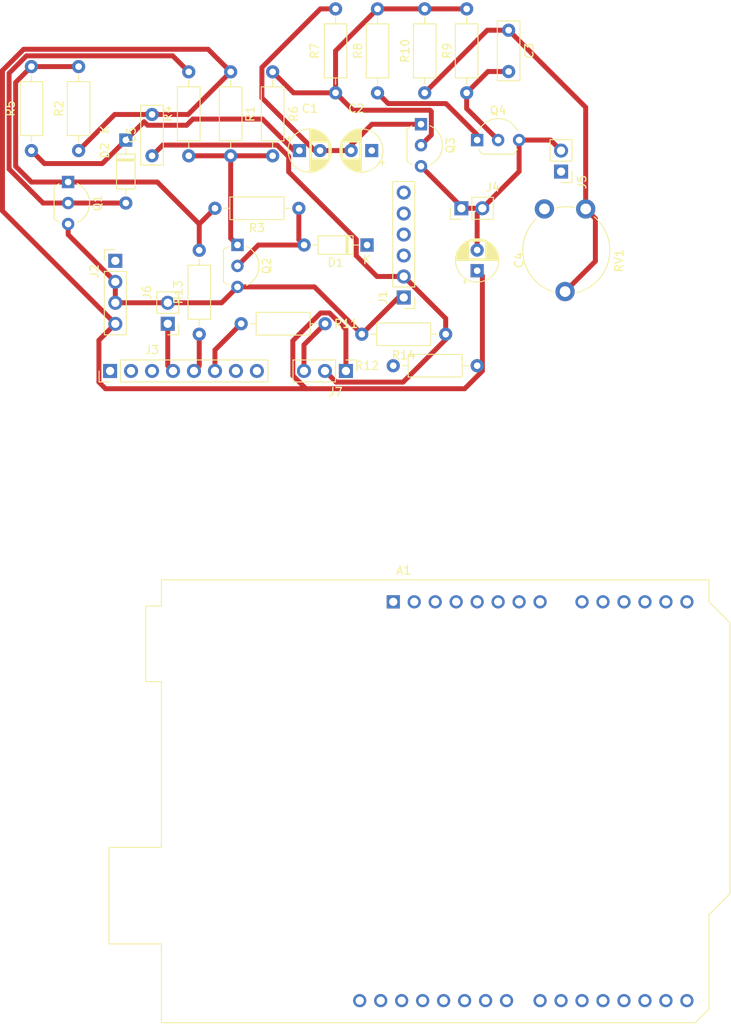
<source format=kicad_pcb>
(kicad_pcb (version 20221018) (generator pcbnew)
  (layers (0 "F.Cu" signal) (31 "B.Cu" signal) (34 "B.Paste" user) (35 "F.Paste" user) (36 "B.SilkS" user "B.Silkscreen") (37 "F.SilkS" user "F.Silkscreen") (38 "B.Mask" user) (39 "F.Mask" user) (44 "Edge.Cuts" user))
  (net 0 "")
  (net 1 "Net-(D2-K)")
  (net 2 "Net-(Q3-C)")
  (net 3 "Net-(D1-K)")
  (net 4 "Net-(C3-Pad1)")
  (net 5 "Net-(Q4-B)")
  (net 6 "VCC")
  (net 7 "GND")
  (net 8 "Net-(J1-Pin_2)")
  (net 9 "Net-(D1-A)")
  (net 10 "Net-(D2-A)")
  (net 11 "Micro")
  (net 12 "Taste")
  (net 13 "Net-(Q2-C)")
  (net 14 "Net-(Q1-C)")
  (net 15 "Net-(Q3-B)")
  (net 16 "Net-(Q4-C)")
  (net 17 "Net-(J7-Pin_3)")
  (net 18 "Net-(J3-Pin_6)")
  (net 19 "DI6")
  (footprint "Potentiometer_THT:Potentiometer_Piher_PT-10-V10_Vertical_Hole" (layer "F.Cu") (at 136.415 89.615 -90)
    (fp_text reference "RV1" (at 6.27 -9.05 90) (layer "F.SilkS"))
    (fp_text value "10k")
    (pad "" np_thru_hole circle (at 5 -2.65 270) (size 4 4) (drill 4) (layers "*.Cu" "*.Mask"))
    (pad "1" thru_hole circle (at 0 0 270) (size 2.34 2.34) (drill 1.3) (layers "*.Cu" "*.Mask") (net 11 "Micro"))
    (pad "2" thru_hole circle (at 10 -2.5 270) (size 2.34 2.34) (drill 1.3) (layers "*.Cu" "*.Mask") (net 4 "Net-(C3-Pad1)"))
    (pad "3" thru_hole circle (at 0 -5 270) (size 2.34 2.34) (drill 1.3) (layers "*.Cu" "*.Mask") (net 4 "Net-(C3-Pad1)"))
  )
  (footprint "Resistor_THT:R_Axial_DIN0207_L6.3mm_D2.5mm_P10.16mm_Horizontal" (layer "F.Cu") (at 98.425 73.025 -90)
    (fp_text reference "R1" (at 5.08 -2.37 90) (layer "F.SilkS"))
    (fp_text value "1k")
    (pad "1" thru_hole circle (at 0 0 270) (size 1.6 1.6) (drill 0.8) (layers "*.Cu" "*.Mask") (net 6 "VCC"))
    (pad "2" thru_hole oval (at 10.16 0 270) (size 1.6 1.6) (drill 0.8) (layers "*.Cu" "*.Mask") (net 13 "Net-(Q2-C)"))
  )
  (footprint "Resistor_THT:R_Axial_DIN0207_L6.3mm_D2.5mm_P10.16mm_Horizontal" (layer "F.Cu") (at 109.855 103.505 180)
    (fp_text reference "R11" (at -2.54 0) (layer "F.SilkS"))
    (fp_text value "470")
    (pad "1" thru_hole circle (at 0 0 180) (size 1.6 1.6) (drill 0.8) (layers "*.Cu" "*.Mask") (net 17 "Net-(J7-Pin_3)"))
    (pad "2" thru_hole oval (at 10.16 0 180) (size 1.6 1.6) (drill 0.8) (layers "*.Cu" "*.Mask") (net 18 "Net-(J3-Pin_6)"))
  )
  (footprint "Resistor_THT:R_Axial_DIN0207_L6.3mm_D2.5mm_P10.16mm_Horizontal" (layer "F.Cu") (at 94.615 94.615 -90)
    (fp_text reference "R13" (at 5.08 2.54 90) (layer "F.SilkS"))
    (fp_text value "470")
    (pad "1" thru_hole circle (at 0 0 270) (size 1.6 1.6) (drill 0.8) (layers "*.Cu" "*.Mask") (net 14 "Net-(Q1-C)"))
    (pad "2" thru_hole oval (at 10.16 0 270) (size 1.6 1.6) (drill 0.8) (layers "*.Cu" "*.Mask") (net 19 "DI6"))
  )
  (footprint "Resistor_THT:R_Axial_DIN0207_L6.3mm_D2.5mm_P10.16mm_Horizontal" (layer "F.Cu") (at 74.295 72.39 -90)
    (fp_text reference "R5" (at 5.08 2.54 90) (layer "F.SilkS"))
    (fp_text value "1k")
    (pad "1" thru_hole circle (at 0 0 270) (size 1.6 1.6) (drill 0.8) (layers "*.Cu" "*.Mask") (net 14 "Net-(Q1-C)"))
    (pad "2" thru_hole oval (at 10.16 0 270) (size 1.6 1.6) (drill 0.8) (layers "*.Cu" "*.Mask") (net 1 "Net-(D2-K)"))
  )
  (footprint "Connector_PinHeader_2.54mm:PinHeader_1x03_P2.54mm_Vertical" (layer "F.Cu") (at 112.38 109.22 -90)
    (fp_text reference "J7" (at 2.54 1.255) (layer "F.SilkS"))
    (fp_text value "03")
    (pad "1" thru_hole rect (at 0 0 270) (size 1.7 1.7) (drill 1) (layers "*.Cu" "*.Mask") (net 6 "VCC"))
    (pad "2" thru_hole oval (at 0 2.54 270) (size 1.7 1.7) (drill 1) (layers "*.Cu" "*.Mask") (net 8 "Net-(J1-Pin_2)"))
    (pad "3" thru_hole oval (at 0 5.08 270) (size 1.7 1.7) (drill 1) (layers "*.Cu" "*.Mask") (net 17 "Net-(J7-Pin_3)"))
  )
  (footprint "Diode_THT:D_DO-35_SOD27_P7.62mm_Horizontal" (layer "F.Cu") (at 114.935 93.98 180)
    (fp_text reference "D1" (at 3.81 -2.12) (layer "F.SilkS"))
    (fp_text value "1N4148")
    (fp_text user "K" (at 0 -1.8) (layer "F.SilkS"))
    (pad "1" thru_hole rect (at 0 0 180) (size 1.6 1.6) (drill 0.8) (layers "*.Cu" "*.Mask") (net 3 "Net-(D1-K)"))
    (pad "2" thru_hole oval (at 7.62 0 180) (size 1.6 1.6) (drill 0.8) (layers "*.Cu" "*.Mask") (net 9 "Net-(D1-A)"))
  )
  (footprint "Resistor_THT:R_Axial_DIN0207_L6.3mm_D2.5mm_P10.16mm_Horizontal" (layer "F.Cu") (at 80.01 82.55 90)
    (fp_text reference "R2" (at 5.08 -2.37 90) (layer "F.SilkS"))
    (fp_text value "1k")
    (pad "1" thru_hole circle (at 0 0 90) (size 1.6 1.6) (drill 0.8) (layers "*.Cu" "*.Mask") (net 6 "VCC"))
    (pad "2" thru_hole oval (at 10.16 0 90) (size 1.6 1.6) (drill 0.8) (layers "*.Cu" "*.Mask") (net 14 "Net-(Q1-C)"))
  )
  (footprint "Package_TO_SOT_THT:TO-92L_Inline_Wide" (layer "F.Cu") (at 78.74 86.36 -90)
    (fp_text reference "Q1" (at 2.54 -3.56 90) (layer "F.SilkS"))
    (fp_text value "BC547")
    (pad "1" thru_hole rect (at 0 0 270) (size 1.5 1.5) (drill 0.8) (layers "*.Cu" "*.Mask") (net 14 "Net-(Q1-C)"))
    (pad "2" thru_hole circle (at 2.54 0 270) (size 1.5 1.5) (drill 0.8) (layers "*.Cu" "*.Mask") (net 10 "Net-(D2-A)"))
    (pad "3" thru_hole circle (at 5.08 0 270) (size 1.5 1.5) (drill 0.8) (layers "*.Cu" "*.Mask") (net 7 "GND"))
  )
  (footprint "Capacitor_THT:CP_Radial_D5.0mm_P2.50mm" (layer "F.Cu") (at 106.744888 82.55)
    (fp_text reference "C1" (at 1.27 -5.08) (layer "F.SilkS"))
    (fp_text value "47μF")
    (pad "1" thru_hole rect (at 0 0) (size 1.6 1.6) (drill 0.8) (layers "*.Cu" "*.Mask") (net 1 "Net-(D2-K)"))
    (pad "2" thru_hole circle (at 2.5 0) (size 1.6 1.6) (drill 0.8) (layers "*.Cu" "*.Mask") (net 2 "Net-(Q3-C)"))
  )
  (footprint "Package_TO_SOT_THT:TO-92L_Inline_Wide" (layer "F.Cu") (at 121.47 79.365 -90)
    (fp_text reference "Q3" (at 2.54 -3.56 90) (layer "F.SilkS"))
    (fp_text value "BC547")
    (pad "1" thru_hole rect (at 0 0 270) (size 1.5 1.5) (drill 0.8) (layers "*.Cu" "*.Mask") (net 2 "Net-(Q3-C)"))
    (pad "2" thru_hole circle (at 2.54 0 270) (size 1.5 1.5) (drill 0.8) (layers "*.Cu" "*.Mask") (net 15 "Net-(Q3-B)"))
    (pad "3" thru_hole circle (at 5.08 0 270) (size 1.5 1.5) (drill 0.8) (layers "*.Cu" "*.Mask") (net 7 "GND"))
  )
  (footprint "Connector_PinHeader_2.54mm:PinHeader_1x02_P2.54mm_Vertical" (layer "F.Cu") (at 138.43 85.095 180)
    (fp_text reference "J5" (at -2.54 -1.27 90) (layer "F.SilkS"))
    (fp_text value "Micro")
    (pad "1" thru_hole rect (at 0 0 180) (size 1.7 1.7) (drill 1) (layers "*.Cu" "*.Mask") (net 11 "Micro"))
    (pad "2" thru_hole oval (at 0 2.54 180) (size 1.7 1.7) (drill 1) (layers "*.Cu" "*.Mask") (net 7 "GND"))
  )
  (footprint "Resistor_THT:R_Axial_DIN0207_L6.3mm_D2.5mm_P10.16mm_Horizontal" (layer "F.Cu") (at 114.3 104.775)
    (fp_text reference "R14" (at 5.08 2.54) (layer "F.SilkS"))
    (fp_text value "0,22")
    (pad "1" thru_hole circle (at 0 0) (size 1.6 1.6) (drill 0.8) (layers "*.Cu" "*.Mask") (net 7 "GND"))
    (pad "2" thru_hole oval (at 10.16 0) (size 1.6 1.6) (drill 0.8) (layers "*.Cu" "*.Mask") (net 8 "Net-(J1-Pin_2)"))
  )
  (footprint "Diode_THT:D_DO-35_SOD27_P7.62mm_Horizontal" (layer "F.Cu") (at 85.725 81.28 -90)
    (fp_text reference "D2" (at 1.27 2.54 90) (layer "F.SilkS"))
    (fp_text value "1N4148")
    (fp_text user "K" (at -1.27 2.54 90) (layer "F.SilkS"))
    (pad "1" thru_hole rect (at 0 0 270) (size 1.6 1.6) (drill 0.8) (layers "*.Cu" "*.Mask") (net 1 "Net-(D2-K)"))
    (pad "2" thru_hole oval (at 7.62 0 270) (size 1.6 1.6) (drill 0.8) (layers "*.Cu" "*.Mask") (net 10 "Net-(D2-A)"))
  )
  (footprint "Connector_PinHeader_2.54mm:PinHeader_1x08_P2.54mm_Vertical" (layer "F.Cu") (at 83.82 109.22 90)
    (fp_text reference "J3" (at 2.54 5.08) (layer "F.SilkS"))
    (fp_text value "DIGITAL")
    (pad "1" thru_hole rect (at 0 0 90) (size 1.7 1.7) (drill 1) (layers "*.Cu" "*.Mask"))
    (pad "2" thru_hole oval (at 0 2.54 90) (size 1.7 1.7) (drill 1) (layers "*.Cu" "*.Mask"))
    (pad "3" thru_hole oval (at 0 5.08 90) (size 1.7 1.7) (drill 1) (layers "*.Cu" "*.Mask"))
    (pad "4" thru_hole oval (at 0 7.62 90) (size 1.7 1.7) (drill 1) (layers "*.Cu" "*.Mask") (net 12 "Taste"))
    (pad "5" thru_hole oval (at 0 10.16 90) (size 1.7 1.7) (drill 1) (layers "*.Cu" "*.Mask") (net 19 "DI6"))
    (pad "6" thru_hole oval (at 0 12.7 90) (size 1.7 1.7) (drill 1) (layers "*.Cu" "*.Mask") (net 18 "Net-(J3-Pin_6)"))
    (pad "7" thru_hole oval (at 0 15.24 90) (size 1.7 1.7) (drill 1) (layers "*.Cu" "*.Mask"))
    (pad "8" thru_hole oval (at 0 17.78 90) (size 1.7 1.7) (drill 1) (layers "*.Cu" "*.Mask"))
  )
  (footprint "Connector_PinHeader_2.54mm:PinHeader_1x02_P2.54mm_Vertical" (layer "F.Cu") (at 126.36 89.535 90)
    (fp_text reference "J4" (at 2.54 3.81) (layer "F.SilkS"))
    (fp_text value "LDR")
    (pad "1" thru_hole rect (at 0 0 90) (size 1.7 1.7) (drill 1) (layers "*.Cu" "*.Mask") (net 7 "GND"))
    (pad "2" thru_hole oval (at 0 2.54 90) (size 1.7 1.7) (drill 1) (layers "*.Cu" "*.Mask") (net 7 "GND"))
  )
  (footprint "Package_TO_SOT_THT:TO-92L_Inline_Wide" (layer "F.Cu") (at 128.27 81.28)
    (fp_text reference "Q4" (at 2.54 -3.56) (layer "F.SilkS"))
    (fp_text value "BC547")
    (pad "1" thru_hole rect (at 0 0) (size 1.5 1.5) (drill 0.8) (layers "*.Cu" "*.Mask") (net 16 "Net-(Q4-C)"))
    (pad "2" thru_hole circle (at 2.54 0) (size 1.5 1.5) (drill 0.8) (layers "*.Cu" "*.Mask") (net 5 "Net-(Q4-B)"))
    (pad "3" thru_hole circle (at 5.08 0) (size 1.5 1.5) (drill 0.8) (layers "*.Cu" "*.Mask") (net 7 "GND"))
  )
  (footprint "Connector_PinHeader_2.54mm:PinHeader_1x04_P2.54mm_Vertical" (layer "F.Cu") (at 84.455 95.895)
    (fp_text reference "J2" (at -2.54 1.27 90) (layer "F.SilkS"))
    (fp_text value "Power")
    (pad "1" thru_hole rect (at 0 0) (size 1.7 1.7) (drill 1) (layers "*.Cu" "*.Mask"))
    (pad "2" thru_hole oval (at 0 2.54) (size 1.7 1.7) (drill 1) (layers "*.Cu" "*.Mask") (net 7 "GND"))
    (pad "3" thru_hole oval (at 0 5.08) (size 1.7 1.7) (drill 1) (layers "*.Cu" "*.Mask") (net 7 "GND"))
    (pad "4" thru_hole oval (at 0 7.62) (size 1.7 1.7) (drill 1) (layers "*.Cu" "*.Mask") (net 6 "VCC"))
  )
  (footprint "Connector_PinHeader_2.54mm:PinHeader_1x06_P2.54mm_Vertical" (layer "F.Cu") (at 119.38 100.33 180)
    (fp_text reference "J1" (at 2.54 0 90) (layer "F.SilkS"))
    (fp_text value "Analog IN")
    (pad "1" thru_hole rect (at 0 0 180) (size 1.7 1.7) (drill 1) (layers "*.Cu" "*.Mask") (net 7 "GND"))
    (pad "2" thru_hole oval (at 0 2.54 180) (size 1.7 1.7) (drill 1) (layers "*.Cu" "*.Mask") (net 8 "Net-(J1-Pin_2)"))
    (pad "3" thru_hole oval (at 0 5.08 180) (size 1.7 1.7) (drill 1) (layers "*.Cu" "*.Mask"))
    (pad "4" thru_hole oval (at 0 7.62 180) (size 1.7 1.7) (drill 1) (layers "*.Cu" "*.Mask"))
    (pad "5" thru_hole oval (at 0 10.16 180) (size 1.7 1.7) (drill 1) (layers "*.Cu" "*.Mask"))
    (pad "6" thru_hole oval (at 0 12.7 180) (size 1.7 1.7) (drill 1) (layers "*.Cu" "*.Mask"))
  )
  (footprint "Resistor_THT:R_Axial_DIN0207_L6.3mm_D2.5mm_P10.16mm_Horizontal" (layer "F.Cu") (at 116.205 75.565 90)
    (fp_text reference "R8" (at 5.08 -2.37 90) (layer "F.SilkS"))
    (fp_text value "4k7")
    (pad "1" thru_hole circle (at 0 0 90) (size 1.6 1.6) (drill 0.8) (layers "*.Cu" "*.Mask") (net 16 "Net-(Q4-C)"))
    (pad "2" thru_hole oval (at 10.16 0 90) (size 1.6 1.6) (drill 0.8) (layers "*.Cu" "*.Mask") (net 15 "Net-(Q3-B)"))
  )
  (footprint "Capacitor_THT:C_Disc_D7.0mm_W2.5mm_P5.00mm" (layer "F.Cu") (at 132.08 67.985 -90)
    (fp_text reference "C3" (at 2.5 -2.5 90) (layer "F.SilkS"))
    (fp_text value "100NF")
    (pad "1" thru_hole circle (at 0 0 270) (size 1.6 1.6) (drill 0.8) (layers "*.Cu" "*.Mask") (net 4 "Net-(C3-Pad1)"))
    (pad "2" thru_hole circle (at 5 0 270) (size 1.6 1.6) (drill 0.8) (layers "*.Cu" "*.Mask") (net 5 "Net-(Q4-B)"))
  )
  (footprint "Capacitor_THT:CP_Radial_D5.0mm_P2.50mm" (layer "F.Cu") (at 128.27 97.090113 90)
    (fp_text reference "C4" (at 1.27 5.08 90) (layer "F.SilkS"))
    (fp_text value "47μF")
    (pad "1" thru_hole rect (at 0 0 90) (size 1.6 1.6) (drill 0.8) (layers "*.Cu" "*.Mask") (net 6 "VCC"))
    (pad "2" thru_hole circle (at 2.5 0 90) (size 1.6 1.6) (drill 0.8) (layers "*.Cu" "*.Mask") (net 7 "GND"))
  )
  (footprint "Module:Arduino_UNO_R2" (layer "F.Cu") (at 118.11 137.16)
    (fp_text reference "A1" (at 1.27 -3.81 180) (layer "F.SilkS"))
    (fp_text value "Arduino_UNO_R2")
    (pad "1" thru_hole rect (at 0 0 90) (size 1.6 1.6) (drill 1) (layers "*.Cu" "*.Mask"))
    (pad "2" thru_hole oval (at 2.54 0 90) (size 1.6 1.6) (drill 1) (layers "*.Cu" "*.Mask"))
    (pad "3" thru_hole oval (at 5.08 0 90) (size 1.6 1.6) (drill 1) (layers "*.Cu" "*.Mask"))
    (pad "4" thru_hole oval (at 7.62 0 90) (size 1.6 1.6) (drill 1) (layers "*.Cu" "*.Mask"))
    (pad "5" thru_hole oval (at 10.16 0 90) (size 1.6 1.6) (drill 1) (layers "*.Cu" "*.Mask"))
    (pad "6" thru_hole oval (at 12.7 0 90) (size 1.6 1.6) (drill 1) (layers "*.Cu" "*.Mask"))
    (pad "7" thru_hole oval (at 15.24 0 90) (size 1.6 1.6) (drill 1) (layers "*.Cu" "*.Mask"))
    (pad "8" thru_hole oval (at 17.78 0 90) (size 1.6 1.6) (drill 1) (layers "*.Cu" "*.Mask"))
    (pad "9" thru_hole oval (at 22.86 0 90) (size 1.6 1.6) (drill 1) (layers "*.Cu" "*.Mask"))
    (pad "10" thru_hole oval (at 25.4 0 90) (size 1.6 1.6) (drill 1) (layers "*.Cu" "*.Mask"))
    (pad "11" thru_hole oval (at 27.94 0 90) (size 1.6 1.6) (drill 1) (layers "*.Cu" "*.Mask"))
    (pad "12" thru_hole oval (at 30.48 0 90) (size 1.6 1.6) (drill 1) (layers "*.Cu" "*.Mask"))
    (pad "13" thru_hole oval (at 33.02 0 90) (size 1.6 1.6) (drill 1) (layers "*.Cu" "*.Mask"))
    (pad "14" thru_hole oval (at 35.56 0 90) (size 1.6 1.6) (drill 1) (layers "*.Cu" "*.Mask"))
    (pad "15" thru_hole oval (at 35.56 48.26 90) (size 1.6 1.6) (drill 1) (layers "*.Cu" "*.Mask"))
    (pad "16" thru_hole oval (at 33.02 48.26 90) (size 1.6 1.6) (drill 1) (layers "*.Cu" "*.Mask"))
    (pad "17" thru_hole oval (at 30.48 48.26 90) (size 1.6 1.6) (drill 1) (layers "*.Cu" "*.Mask"))
    (pad "18" thru_hole oval (at 27.94 48.26 90) (size 1.6 1.6) (drill 1) (layers "*.Cu" "*.Mask"))
    (pad "19" thru_hole oval (at 25.4 48.26 90) (size 1.6 1.6) (drill 1) (layers "*.Cu" "*.Mask"))
    (pad "20" thru_hole oval (at 22.86 48.26 90) (size 1.6 1.6) (drill 1) (layers "*.Cu" "*.Mask"))
    (pad "21" thru_hole oval (at 20.32 48.26 90) (size 1.6 1.6) (drill 1) (layers "*.Cu" "*.Mask"))
    (pad "22" thru_hole oval (at 17.78 48.26 90) (size 1.6 1.6) (drill 1) (layers "*.Cu" "*.Mask"))
    (pad "23" thru_hole oval (at 13.72 48.26 90) (size 1.6 1.6) (drill 1) (layers "*.Cu" "*.Mask"))
    (pad "24" thru_hole oval (at 11.18 48.26 90) (size 1.6 1.6) (drill 1) (layers "*.Cu" "*.Mask"))
    (pad "25" thru_hole oval (at 8.64 48.26 90) (size 1.6 1.6) (drill 1) (layers "*.Cu" "*.Mask"))
    (pad "26" thru_hole oval (at 6.1 48.26 90) (size 1.6 1.6) (drill 1) (layers "*.Cu" "*.Mask"))
    (pad "27" thru_hole oval (at 3.56 48.26 90) (size 1.6 1.6) (drill 1) (layers "*.Cu" "*.Mask"))
    (pad "28" thru_hole oval (at 1.02 48.26 90) (size 1.6 1.6) (drill 1) (layers "*.Cu" "*.Mask"))
    (pad "29" thru_hole oval (at -1.52 48.26 90) (size 1.6 1.6) (drill 1) (layers "*.Cu" "*.Mask"))
    (pad "30" thru_hole oval (at -4.06 48.26 90) (size 1.6 1.6) (drill 1) (layers "*.Cu" "*.Mask"))
  )
  (footprint "Package_TO_SOT_THT:TO-92L_Inline_Wide" (layer "F.Cu") (at 99.245 93.97 -90)
    (fp_text reference "Q2" (at 2.54 -3.56 90) (layer "F.SilkS"))
    (fp_text value "BC547")
    (pad "1" thru_hole rect (at 0 0 270) (size 1.5 1.5) (drill 0.8) (layers "*.Cu" "*.Mask") (net 13 "Net-(Q2-C)"))
    (pad "2" thru_hole circle (at 2.54 0 270) (size 1.5 1.5) (drill 0.8) (layers "*.Cu" "*.Mask") (net 9 "Net-(D1-A)"))
    (pad "3" thru_hole circle (at 5.08 0 270) (size 1.5 1.5) (drill 0.8) (layers "*.Cu" "*.Mask") (net 7 "GND"))
  )
  (footprint "Resistor_THT:R_Axial_DIN0207_L6.3mm_D2.5mm_P10.16mm_Horizontal" (layer "F.Cu") (at 93.345 83.185 90)
    (fp_text reference "R4" (at 5.08 -2.54 90) (layer "F.SilkS"))
    (fp_text value "22k")
    (pad "1" thru_hole circle (at 0 0 90) (size 1.6 1.6) (drill 0.8) (layers "*.Cu" "*.Mask") (net 13 "Net-(Q2-C)"))
    (pad "2" thru_hole oval (at 10.16 0 90) (size 1.6 1.6) (drill 0.8) (layers "*.Cu" "*.Mask") (net 10 "Net-(D2-A)"))
  )
  (footprint "Capacitor_THT:CP_Radial_D5.0mm_P2.50mm" (layer "F.Cu") (at 115.505113 82.55 180)
    (fp_text reference "C2" (at 1.865 5.08) (layer "F.SilkS"))
    (fp_text value "47μF")
    (pad "1" thru_hole rect (at 0 0 180) (size 1.6 1.6) (drill 0.8) (layers "*.Cu" "*.Mask") (net 3 "Net-(D1-K)"))
    (pad "2" thru_hole circle (at 2.5 0 180) (size 1.6 1.6) (drill 0.8) (layers "*.Cu" "*.Mask") (net 2 "Net-(Q3-C)"))
  )
  (footprint "Resistor_THT:R_Axial_DIN0207_L6.3mm_D2.5mm_P10.16mm_Horizontal" (layer "F.Cu") (at 127 75.565 90)
    (fp_text reference "R9" (at 5.08 -2.37 90) (layer "F.SilkS"))
    (fp_text value "160k")
    (pad "1" thru_hole circle (at 0 0 90) (size 1.6 1.6) (drill 0.8) (layers "*.Cu" "*.Mask") (net 5 "Net-(Q4-B)"))
    (pad "2" thru_hole oval (at 10.16 0 90) (size 1.6 1.6) (drill 0.8) (layers "*.Cu" "*.Mask") (net 15 "Net-(Q3-B)"))
  )
  (footprint "Connector_PinHeader_2.54mm:PinHeader_1x02_P2.54mm_Vertical" (layer "F.Cu") (at 90.805 103.51 180)
    (fp_text reference "J6" (at 2.54 3.81 90) (layer "F.SilkS"))
    (fp_text value "Taste")
    (pad "1" thru_hole rect (at 0 0 180) (size 1.7 1.7) (drill 1) (layers "*.Cu" "*.Mask") (net 12 "Taste"))
    (pad "2" thru_hole oval (at 0 2.54 180) (size 1.7 1.7) (drill 1) (layers "*.Cu" "*.Mask") (net 7 "GND"))
  )
  (footprint "Resistor_THT:R_Axial_DIN0207_L6.3mm_D2.5mm_P10.16mm_Horizontal" (layer "F.Cu") (at 106.68 89.535 180)
    (fp_text reference "R3" (at 5.08 -2.37) (layer "F.SilkS"))
    (fp_text value "22k")
    (pad "1" thru_hole circle (at 0 0 180) (size 1.6 1.6) (drill 0.8) (layers "*.Cu" "*.Mask") (net 9 "Net-(D1-A)"))
    (pad "2" thru_hole oval (at 10.16 0 180) (size 1.6 1.6) (drill 0.8) (layers "*.Cu" "*.Mask") (net 14 "Net-(Q1-C)"))
  )
  (footprint "Resistor_THT:R_Axial_DIN0207_L6.3mm_D2.5mm_P10.16mm_Horizontal" (layer "F.Cu") (at 128.27 108.585 180)
    (fp_text reference "R12" (at 13.335 0) (layer "F.SilkS"))
    (fp_text value "10k")
    (pad "1" thru_hole circle (at 0 0 180) (size 1.6 1.6) (drill 0.8) (layers "*.Cu" "*.Mask") (net 6 "VCC"))
    (pad "2" thru_hole oval (at 10.16 0 180) (size 1.6 1.6) (drill 0.8) (layers "*.Cu" "*.Mask") (net 7 "GND"))
  )
  (footprint "Resistor_THT:R_Axial_DIN0207_L6.3mm_D2.5mm_P10.16mm_Horizontal" (layer "F.Cu") (at 103.505 83.185 90)
    (fp_text reference "R6" (at 5.08 2.54 90) (layer "F.SilkS"))
    (fp_text value "1k")
    (pad "1" thru_hole circle (at 0 0 90) (size 1.6 1.6) (drill 0.8) (layers "*.Cu" "*.Mask") (net 13 "Net-(Q2-C)"))
    (pad "2" thru_hole oval (at 10.16 0 90) (size 1.6 1.6) (drill 0.8) (layers "*.Cu" "*.Mask") (net 15 "Net-(Q3-B)"))
  )
  (footprint "Capacitor_THT:C_Disc_D7.0mm_W2.5mm_P5.00mm" (layer "F.Cu") (at 88.9 83.185 90)
    (fp_text reference "C5" (at 2.5 -2.5 90) (layer "F.SilkS"))
    (fp_text value "100NF")
    (pad "1" thru_hole circle (at 0 0 90) (size 1.6 1.6) (drill 0.8) (layers "*.Cu" "*.Mask") (net 8 "Net-(J1-Pin_2)"))
    (pad "2" thru_hole circle (at 5 0 90) (size 1.6 1.6) (drill 0.8) (layers "*.Cu" "*.Mask") (net 6 "VCC"))
  )
  (footprint "Resistor_THT:R_Axial_DIN0207_L6.3mm_D2.5mm_P10.16mm_Horizontal" (layer "F.Cu") (at 111.125 75.565 90)
    (fp_text reference "R7" (at 5.08 -2.54 90) (layer "F.SilkS"))
    (fp_text value "10k")
    (pad "1" thru_hole circle (at 0 0 90) (size 1.6 1.6) (drill 0.8) (layers "*.Cu" "*.Mask") (net 15 "Net-(Q3-B)"))
    (pad "2" thru_hole oval (at 10.16 0 90) (size 1.6 1.6) (drill 0.8) (layers "*.Cu" "*.Mask") (net 2 "Net-(Q3-C)"))
  )
  (footprint "Resistor_THT:R_Axial_DIN0207_L6.3mm_D2.5mm_P10.16mm_Horizontal" (layer "F.Cu") (at 121.92 75.565 90)
    (fp_text reference "R10" (at 5.08 -2.37 90) (layer "F.SilkS"))
    (fp_text value "10k")
    (pad "1" thru_hole circle (at 0 0 90) (size 1.6 1.6) (drill 0.8) (layers "*.Cu" "*.Mask") (net 4 "Net-(C3-Pad1)"))
    (pad "2" thru_hole oval (at 10.16 0 90) (size 1.6 1.6) (drill 0.8) (layers "*.Cu" "*.Mask") (net 15 "Net-(Q3-B)"))
  )
  (segment (start 82.88137 84.12363) (end 85.725 81.28) (width 0.6) (layer "F.Cu") (net 1))
  (segment (start 85.725 81.28) (end 87.940761 79.064239) (width 0.6) (layer "F.Cu") (net 1))
  (segment (start 93.096371 79.485) (end 93.841371 78.74) (width 0.6) (layer "F.Cu") (net 1))
  (segment (start 93.841371 78.74) (end 102.275 78.74) (width 0.6) (layer "F.Cu") (net 1))
  (segment (start 88.361522 79.485) (end 93.096371 79.485) (width 0.6) (layer "F.Cu") (net 1))
  (segment (start 74.295 82.55) (end 75.86863 84.12363) (width 0.6) (layer "F.Cu") (net 1))
  (segment (start 102.275 78.74) (end 106.085 82.55) (width 0.6) (layer "F.Cu") (net 1))
  (segment (start 75.86863 84.12363) (end 82.88137 84.12363) (width 0.6) (layer "F.Cu") (net 1))
  (segment (start 87.940761 79.064239) (end 88.361522 79.485) (width 0.6) (layer "F.Cu") (net 1))
  (segment (start 121.47 79.365) (end 115.530225 79.365) (width 0.6) (layer "F.Cu") (net 2))
  (segment (start 115.530225 79.365) (end 112.345225 82.55) (width 0.6) (layer "F.Cu") (net 2))
  (segment (start 102.205 76.17) (end 108.585 82.55) (width 0.6) (layer "F.Cu") (net 2))
  (segment (start 109.286522 65.405) (end 102.205 72.486522) (width 0.6) (layer "F.Cu") (net 2))
  (segment (start 111.125 65.405) (end 109.286522 65.405) (width 0.6) (layer "F.Cu") (net 2))
  (segment (start 102.205 72.486522) (end 102.205 76.17) (width 0.6) (layer "F.Cu") (net 2))
  (segment (start 108.585 82.55) (end 112.345225 82.55) (width 0.6) (layer "F.Cu") (net 2))
  (segment (start 142.584999 90.784999) (end 142.584999 95.945001) (width 0.6) (layer "F.Cu") (net 4))
  (segment (start 142.584999 95.945001) (end 138.915 99.615) (width 0.6) (layer "F.Cu") (net 4))
  (segment (start 129.5 67.985) (end 121.92 75.565) (width 0.6) (layer "F.Cu") (net 4))
  (segment (start 141.415 77.32) (end 132.08 67.985) (width 0.6) (layer "F.Cu") (net 4))
  (segment (start 141.415 89.615) (end 142.584999 90.784999) (width 0.6) (layer "F.Cu") (net 4))
  (segment (start 141.415 89.615) (end 141.415 77.32) (width 0.6) (layer "F.Cu") (net 4))
  (segment (start 132.08 67.985) (end 129.5 67.985) (width 0.6) (layer "F.Cu") (net 4))
  (segment (start 132.08 72.985) (end 129.58 72.985) (width 0.6) (layer "F.Cu") (net 5))
  (segment (start 127 75.565) (end 127 77.47) (width 0.6) (layer "F.Cu") (net 5))
  (segment (start 129.58 72.985) (end 127 75.565) (width 0.6) (layer "F.Cu") (net 5))
  (segment (start 127 77.47) (end 130.81 81.28) (width 0.6) (layer "F.Cu") (net 5))
  (segment (start 83.27 111.37) (end 107.540811 111.37) (width 0.6) (layer "F.Cu") (net 6))
  (segment (start 126.755 111.37) (end 107.540811 111.37) (width 0.6) (layer "F.Cu") (net 6))
  (segment (start 128.905 109.22) (end 128.905 97.725113) (width 0.6) (layer "F.Cu") (net 6))
  (segment (start 73.35863 70.29) (end 70.79 72.85863) (width 0.6) (layer "F.Cu") (net 6))
  (segment (start 98.425 73.025) (end 95.69 70.29) (width 0.6) (layer "F.Cu") (net 6))
  (segment (start 95.69 70.29) (end 73.35863 70.29) (width 0.6) (layer "F.Cu") (net 6))
  (segment (start 80.01 82.55) (end 84.375 78.185) (width 0.6) (layer "F.Cu") (net 6))
  (segment (start 105.95 105.571522) (end 109.316522 102.205) (width 0.6) (layer "F.Cu") (net 6))
  (segment (start 128.905 109.22) (end 126.755 111.37) (width 0.6) (layer "F.Cu") (net 6))
  (segment (start 105.95 109.779189) (end 105.95 105.571522) (width 0.6) (layer "F.Cu") (net 6))
  (segment (start 88.9 78.185) (end 93.265 78.185) (width 0.6) (layer "F.Cu") (net 6))
  (segment (start 82.47 110.57) (end 83.27 111.37) (width 0.6) (layer "F.Cu") (net 6))
  (segment (start 82.47 105.5) (end 82.47 110.57) (width 0.6) (layer "F.Cu") (net 6))
  (segment (start 112.38 104.191522) (end 112.38 109.22) (width 0.6) (layer "F.Cu") (net 6))
  (segment (start 70.79 89.85) (end 84.455 103.515) (width 0.6) (layer "F.Cu") (net 6))
  (segment (start 110.393478 102.205) (end 112.38 104.191522) (width 0.6) (layer "F.Cu") (net 6))
  (segment (start 84.455 103.515) (end 82.47 105.5) (width 0.6) (layer "F.Cu") (net 6))
  (segment (start 93.265 78.185) (end 98.425 73.025) (width 0.6) (layer "F.Cu") (net 6))
  (segment (start 109.316522 102.205) (end 110.393478 102.205) (width 0.6) (layer "F.Cu") (net 6))
  (segment (start 84.375 78.185) (end 88.9 78.185) (width 0.6) (layer "F.Cu") (net 6))
  (segment (start 70.79 72.85863) (end 70.79 89.85) (width 0.6) (layer "F.Cu") (net 6))
  (segment (start 128.905 97.725113) (end 128.27 97.090113) (width 0.6) (layer "F.Cu") (net 6))
  (segment (start 107.540811 111.37) (end 105.95 109.779189) (width 0.6) (layer "F.Cu") (net 6))
  (segment (start 118.745 100.33) (end 119.38 100.33) (width 0.6) (layer "F.Cu") (net 7))
  (segment (start 128.27 94.590113) (end 128.27 90.165) (width 0.6) (layer "F.Cu") (net 7))
  (segment (start 126.36 89.335) (end 121.47 84.445) (width 0.6) (layer "F.Cu") (net 7))
  (segment (start 137.155 81.28) (end 138.43 82.555) (width 0.6) (layer "F.Cu") (net 7))
  (segment (start 128.27 90.165) (end 128.9 89.535) (width 0.6) (layer "F.Cu") (net 7))
  (segment (start 133.35 81.28) (end 137.155 81.28) (width 0.6) (layer "F.Cu") (net 7))
  (segment (start 128.9 89.535) (end 126.36 89.535) (width 0.6) (layer "F.Cu") (net 7))
  (segment (start 78.74 91.44) (end 78.74 92.72) (width 0.6) (layer "F.Cu") (net 7))
  (segment (start 84.46 100.97) (end 84.455 100.975) (width 0.6) (layer "F.Cu") (net 7))
  (segment (start 84.455 100.975) (end 84.455 98.435) (width 0.6) (layer "F.Cu") (net 7))
  (segment (start 90.805 100.97) (end 84.46 100.97) (width 0.6) (layer "F.Cu") (net 7))
  (segment (start 114.3 104.775) (end 118.745 100.33) (width 0.6) (layer "F.Cu") (net 7))
  (segment (start 126.36 89.535) (end 126.36 89.335) (width 0.6) (layer "F.Cu") (net 7))
  (segment (start 78.74 92.72) (end 84.455 98.435) (width 0.6) (layer "F.Cu") (net 7))
  (segment (start 108.575 99.05) (end 99.245 99.05) (width 0.6) (layer "F.Cu") (net 7))
  (segment (start 133.35 85.085) (end 133.35 81.28) (width 0.6) (layer "F.Cu") (net 7))
  (segment (start 114.3 104.775) (end 108.575 99.05) (width 0.6) (layer "F.Cu") (net 7))
  (segment (start 99.245 99.05) (end 97.325 100.97) (width 0.6) (layer "F.Cu") (net 7))
  (segment (start 128.9 89.535) (end 133.35 85.085) (width 0.6) (layer "F.Cu") (net 7))
  (segment (start 97.325 100.97) (end 90.805 100.97) (width 0.6) (layer "F.Cu") (net 7))
  (segment (start 119.38 97.79) (end 117.475 97.79) (width 0.6) (layer "F.Cu") (net 8))
  (segment (start 113.635 93.315) (end 113.635 95.28) (width 0.6) (layer "F.Cu") (net 8))
  (segment (start 113.635 95.28) (end 116.145 97.79) (width 0.6) (layer "F.Cu") (net 8))
  (segment (start 116.145 97.79) (end 119.38 97.79) (width 0.6) (layer "F.Cu") (net 8))
  (segment (start 88.9 83.185) (end 90.2 81.885) (width 0.6) (layer "F.Cu") (net 8))
  (segment (start 105.444888 83.28641) (end 105.444888 85.124888) (width 0.6) (layer "F.Cu") (net 8))
  (segment (start 124.46 102.87) (end 119.38 97.79) (width 0.6) (layer "F.Cu") (net 8))
  (segment (start 111.19 110.57) (end 119.3 110.57) (width 0.6) (layer "F.Cu") (net 8))
  (segment (start 109.84 109.22) (end 111.19 110.57) (width 0.6) (layer "F.Cu") (net 8))
  (segment (start 104.043478 81.885) (end 105.444888 83.28641) (width 0.6) (layer "F.Cu") (net 8))
  (segment (start 119.3 110.57) (end 124.46 105.41) (width 0.6) (layer "F.Cu") (net 8))
  (segment (start 124.46 105.41) (end 124.46 104.775) (width 0.6) (layer "F.Cu") (net 8))
  (segment (start 124.46 104.775) (end 124.46 102.87) (width 0.6) (layer "F.Cu") (net 8))
  (segment (start 105.444888 85.124888) (end 113.635 93.315) (width 0.6) (layer "F.Cu") (net 8))
  (segment (start 90.2 81.885) (end 104.043478 81.885) (width 0.6) (layer "F.Cu") (net 8))
  (segment (start 101.775 93.98) (end 99.245 96.51) (width 0.6) (layer "F.Cu") (net 9))
  (segment (start 106.68 93.345) (end 107.315 93.98) (width 0.6) (layer "F.Cu") (net 9))
  (segment (start 106.68 89.535) (end 106.68 93.345) (width 0.6) (layer "F.Cu") (net 9))
  (segment (start 107.315 93.98) (end 101.775 93.98) (width 0.6) (layer "F.Cu") (net 9))
  (segment (start 71.59 84.78637) (end 71.59 73.19) (width 0.6) (layer "F.Cu") (net 10))
  (segment (start 78.74 88.9) (end 85.725 88.9) (width 0.6) (layer "F.Cu") (net 10))
  (segment (start 73.69 71.09) (end 91.41 71.09) (width 0.6) (layer "F.Cu") (net 10))
  (segment (start 91.41 71.09) (end 93.345 73.025) (width 0.6) (layer "F.Cu") (net 10))
  (segment (start 78.74 88.9) (end 75.70363 88.9) (width 0.6) (layer "F.Cu") (net 10))
  (segment (start 71.59 73.19) (end 73.69 71.09) (width 0.6) (layer "F.Cu") (net 10))
  (segment (start 75.70363 88.9) (end 71.59 84.78637) (width 0.6) (layer "F.Cu") (net 10))
  (segment (start 90.805 108.585) (end 91.44 109.22) (width 0.6) (layer "F.Cu") (net 12))
  (segment (start 90.805 103.51) (end 90.805 108.585) (width 0.6) (layer "F.Cu") (net 12))
  (segment (start 98.425 83.185) (end 103.505 83.185) (width 0.6) (layer "F.Cu") (net 13))
  (segment (start 93.345 83.185) (end 98.425 83.185) (width 0.6) (layer "F.Cu") (net 13))
  (segment (start 98.425 93.15) (end 99.245 93.97) (width 0.6) (layer "F.Cu") (net 13))
  (segment (start 98.425 83.185) (end 98.425 93.15) (width 0.6) (layer "F.Cu") (net 13))
  (segment (start 78.74 86.36) (end 89.535 86.36) (width 0.6) (layer "F.Cu") (net 14))
  (segment (start 72.39 84.455) (end 74.295 86.36) (width 0.6) (layer "F.Cu") (net 14))
  (segment (start 94.615 94.615) (end 94.615 91.44) (width 0.6) (layer "F.Cu") (net 14))
  (segment (start 74.295 86.36) (end 78.74 86.36) (width 0.6) (layer "F.Cu") (net 14))
  (segment (start 74.295 72.39) (end 80.01 72.39) (width 0.6) (layer "F.Cu") (net 14))
  (segment (start 94.615 91.44) (end 96.52 89.535) (width 0.6) (layer "F.Cu") (net 14))
  (segment (start 74.295 72.39) (end 72.39 74.295) (width 0.6) (layer "F.Cu") (net 14))
  (segment (start 72.39 74.295) (end 72.39 84.455) (width 0.6) (layer "F.Cu") (net 14))
  (segment (start 89.535 86.36) (end 94.615 91.44) (width 0.6) (layer "F.Cu") (net 14))
  (segment (start 121.47 81.905) (end 122.72 80.655) (width 0.6) (layer "F.Cu") (net 15))
  (segment (start 122.72 80.655) (end 122.72 77.83) (width 0.6) (layer "F.Cu") (net 15))
  (segment (start 113.225 77.665) (end 111.125 75.565) (width 0.6) (layer "F.Cu") (net 15))
  (segment (start 127 65.405) (end 121.92 65.405) (width 0.6) (layer "F.Cu") (net 15))
  (segment (start 122.555 77.665) (end 113.225 77.665) (width 0.6) (layer "F.Cu") (net 15))
  (segment (start 111.125 75.565) (end 111.125 70.485) (width 0.6) (layer "F.Cu") (net 15))
  (segment (start 111.125 75.565) (end 106.045 75.565) (width 0.6) (layer "F.Cu") (net 15))
  (segment (start 116.205 65.405) (end 121.92 65.405) (width 0.6) (layer "F.Cu") (net 15))
  (segment (start 122.72 77.83) (end 122.555 77.665) (width 0.6) (layer "F.Cu") (net 15))
  (segment (start 106.045 75.565) (end 103.505 73.025) (width 0.6) (layer "F.Cu") (net 15))
  (segment (start 111.125 70.485) (end 116.205 65.405) (width 0.6) (layer "F.Cu") (net 15))
  (segment (start 117.505 76.865) (end 116.205 75.565) (width 0.6) (layer "F.Cu") (net 16))
  (segment (start 124.49 76.865) (end 117.505 76.865) (width 0.6) (layer "F.Cu") (net 16))
  (segment (start 128.27 80.645) (end 124.49 76.865) (width 0.6) (layer "F.Cu") (net 16))
  (segment (start 128.27 81.28) (end 128.27 80.645) (width 0.6) (layer "F.Cu") (net 16))
  (segment (start 107.3 109.22) (end 107.3 106.06) (width 0.6) (layer "F.Cu") (net 17))
  (segment (start 107.3 106.06) (end 109.855 103.505) (width 0.6) (layer "F.Cu") (net 17))
  (segment (start 96.52 106.68) (end 99.695 103.505) (width 0.6) (layer "F.Cu") (net 18))
  (segment (start 96.52 109.22) (end 96.52 106.68) (width 0.6) (layer "F.Cu") (net 18))
  (segment (start 94.615 104.775) (end 94.615 108.585) (width 0.6) (layer "F.Cu") (net 19))
  (segment (start 94.615 108.585) (end 93.98 109.22) (width 0.6) (layer "F.Cu") (net 19))
)
</source>
